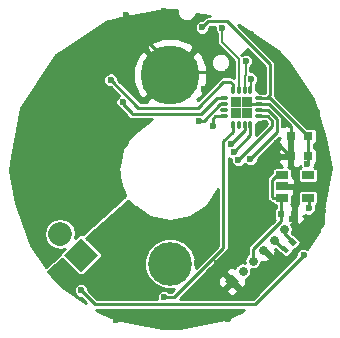
<source format=gbl>
G04 #@! TF.FileFunction,Copper,L2,Bot,Signal*
%FSLAX46Y46*%
G04 Gerber Fmt 4.6, Leading zero omitted, Abs format (unit mm)*
G04 Created by KiCad (PCBNEW (2016-03-30 BZR 6657, Git fe53ec8)-product) date Sun 10 Apr 2016 07:10:41 PM PDT*
%MOMM*%
G01*
G04 APERTURE LIST*
%ADD10C,0.100000*%
%ADD11C,5.000000*%
%ADD12C,3.700000*%
%ADD13R,0.600000X0.500000*%
%ADD14R,0.800000X0.750000*%
%ADD15C,2.032000*%
%ADD16R,1.060000X0.650000*%
%ADD17O,0.750000X0.300000*%
%ADD18O,0.300000X0.750000*%
%ADD19R,0.900000X0.900000*%
%ADD20C,0.800000*%
%ADD21C,0.600000*%
%ADD22C,0.250000*%
%ADD23C,0.152400*%
%ADD24C,0.254000*%
G04 APERTURE END LIST*
D10*
D11*
X120000000Y-57000000D03*
D12*
X120000000Y-73000000D03*
D13*
X129400000Y-68800000D03*
X130500000Y-68800000D03*
D14*
X131700000Y-62200000D03*
X130200000Y-62200000D03*
X131700000Y-63900000D03*
X130200000Y-63900000D03*
D10*
G36*
X112450000Y-70813159D02*
X113886841Y-72250000D01*
X112450000Y-73686841D01*
X111013159Y-72250000D01*
X112450000Y-70813159D01*
X112450000Y-70813159D01*
G37*
D15*
X110653949Y-70453949D02*
X110653949Y-70453949D01*
D16*
X129450000Y-67400000D03*
X129450000Y-66450000D03*
X129450000Y-65500000D03*
X131650000Y-65500000D03*
X131650000Y-67400000D03*
D17*
X127525000Y-59000000D03*
X127525000Y-59500000D03*
X127525000Y-60000000D03*
X127525000Y-60500000D03*
D18*
X126800000Y-61225000D03*
X126300000Y-61225000D03*
X125800000Y-61225000D03*
X125300000Y-61225000D03*
D17*
X124575000Y-60500000D03*
X124575000Y-60000000D03*
X124575000Y-59500000D03*
X124575000Y-59000000D03*
D18*
X125300000Y-58275000D03*
X125800000Y-58275000D03*
X126300000Y-58275000D03*
X126800000Y-58275000D03*
D19*
X125600000Y-60200000D03*
X125600000Y-59300000D03*
X126500000Y-60200000D03*
X126500000Y-59300000D03*
D10*
G36*
X130297487Y-70778249D02*
X130721751Y-71202513D01*
X130438909Y-71485355D01*
X130014645Y-71061091D01*
X130297487Y-70778249D01*
X130297487Y-70778249D01*
G37*
G36*
X129661091Y-71414645D02*
X130085355Y-71838909D01*
X129802513Y-72121751D01*
X129378249Y-71697487D01*
X129661091Y-71414645D01*
X129661091Y-71414645D01*
G37*
G36*
X125250000Y-75065685D02*
X124684315Y-74500000D01*
X125250000Y-73934315D01*
X125815685Y-74500000D01*
X125250000Y-75065685D01*
X125250000Y-75065685D01*
G37*
D20*
X126133883Y-73616117D02*
X126133883Y-73616117D01*
X127017767Y-72732233D02*
X127017767Y-72732233D01*
X127901650Y-71848350D02*
X127901650Y-71848350D01*
X128785534Y-70964466D02*
X128785534Y-70964466D01*
X129669417Y-70080583D02*
X129669417Y-70080583D01*
D21*
X112700000Y-55900000D03*
X129075000Y-62750000D03*
X127250000Y-65100000D03*
X122301124Y-72923296D03*
X122800000Y-74775000D03*
X115450000Y-77775000D03*
X120300000Y-78250000D03*
X124875000Y-77650000D03*
X127825000Y-74750000D03*
X132950000Y-68500000D03*
X133300000Y-64275000D03*
X132425000Y-60175000D03*
X126875000Y-53575000D03*
X122875000Y-58250000D03*
X124875000Y-56800000D03*
X117575000Y-53650000D03*
X121225000Y-53650000D03*
X119450000Y-51625000D03*
X116225000Y-51950000D03*
X114875000Y-52600000D03*
X114050000Y-72950000D03*
X111640000Y-74180000D03*
X116140000Y-73890000D03*
X116280000Y-71060000D03*
X116750000Y-68450000D03*
X118390000Y-70850000D03*
X121180000Y-70820000D03*
X122340000Y-68897590D03*
X123822339Y-69957661D03*
X122400000Y-71360000D03*
X124002567Y-72962567D03*
X125520000Y-71170000D03*
X129720000Y-72880000D03*
X130311499Y-69210000D03*
X127846913Y-69767048D03*
X130873682Y-66592388D03*
X127620000Y-61350000D03*
X127540000Y-56450000D03*
X128430000Y-55160000D03*
X130550000Y-58630000D03*
X129670000Y-61220000D03*
X122950000Y-55250000D03*
X108800000Y-61590000D03*
X125600000Y-60200000D03*
X126500000Y-60200000D03*
X126500000Y-59300000D03*
X125600000Y-59300000D03*
X115950000Y-75100000D03*
X125585822Y-67177279D03*
X126172721Y-67764178D03*
X126427279Y-66335822D03*
X127014178Y-66922721D03*
X130250000Y-64700000D03*
X131620000Y-64590000D03*
X131300000Y-72300000D03*
X112450000Y-75250000D03*
X122700000Y-53000000D03*
X131750000Y-68300000D03*
X123600000Y-61300000D03*
X125777410Y-64223485D03*
X125374407Y-63566432D03*
X125121995Y-62844585D03*
X126800000Y-64100000D03*
X126400000Y-55850000D03*
X126850000Y-57350000D03*
X124384297Y-53070004D03*
X116000000Y-59300000D03*
X114968017Y-57429956D03*
X119500000Y-75850000D03*
X122478522Y-60900009D03*
D22*
X112700000Y-55900000D02*
X115325000Y-55900000D01*
X115325000Y-55900000D02*
X117575000Y-53650000D01*
X114050000Y-72950000D02*
X115200000Y-72950000D01*
X115200000Y-72950000D02*
X116140000Y-73890000D01*
X130250000Y-64700000D02*
X130250000Y-63925000D01*
X130250000Y-63925000D02*
X129075000Y-62750000D01*
X126427279Y-66335822D02*
X126427279Y-65922721D01*
X126427279Y-65922721D02*
X127250000Y-65100000D01*
X124002567Y-72962567D02*
X124002567Y-73572433D01*
X124002567Y-73572433D02*
X122800000Y-74775000D01*
X124875000Y-77650000D02*
X120900000Y-77650000D01*
X120900000Y-77650000D02*
X120300000Y-78250000D01*
X132950000Y-68500000D02*
X132950000Y-69625000D01*
X132950000Y-69625000D02*
X127825000Y-74750000D01*
X132425000Y-60175000D02*
X132425000Y-63400000D01*
X132425000Y-63400000D02*
X133300000Y-64275000D01*
X128430000Y-55160000D02*
X128430000Y-55130000D01*
X128430000Y-55130000D02*
X126875000Y-53575000D01*
X117575000Y-53650000D02*
X120659633Y-56734633D01*
X120659633Y-56734633D02*
X124809633Y-56734633D01*
X124809633Y-56734633D02*
X124875000Y-56800000D01*
X119450000Y-51625000D02*
X121225000Y-53400000D01*
X121225000Y-53400000D02*
X121225000Y-53650000D01*
X114875000Y-52600000D02*
X115575000Y-52600000D01*
X115575000Y-52600000D02*
X116225000Y-51950000D01*
X115950000Y-75100000D02*
X114875000Y-75100000D01*
X114875000Y-75100000D02*
X113955000Y-74180000D01*
X113955000Y-74180000D02*
X111640000Y-74180000D01*
X116280000Y-71060000D02*
X116280000Y-73750000D01*
X116280000Y-73750000D02*
X116140000Y-73890000D01*
X118390000Y-70850000D02*
X116750000Y-69210000D01*
X116750000Y-69210000D02*
X116750000Y-68450000D01*
X122340000Y-68897590D02*
X122340000Y-69660000D01*
X122340000Y-69660000D02*
X121180000Y-70820000D01*
X122400000Y-71360000D02*
X122420000Y-71360000D01*
X122420000Y-71360000D02*
X123822339Y-69957661D01*
X125220001Y-71529999D02*
X124002567Y-72747433D01*
X124002567Y-72747433D02*
X124002567Y-72962567D01*
X125520000Y-71170000D02*
X125220001Y-71469999D01*
X125220001Y-71469999D02*
X125220001Y-71529999D01*
X130500000Y-68800000D02*
X130500000Y-69021499D01*
X130500000Y-69021499D02*
X130311499Y-69210000D01*
X130549999Y-66670001D02*
X130796069Y-66670001D01*
X130796069Y-66670001D02*
X130873682Y-66592388D01*
X130550000Y-58630000D02*
X130550000Y-57280000D01*
X130550000Y-57280000D02*
X128430000Y-55160000D01*
X129820000Y-60931815D02*
X128388185Y-59500000D01*
X130200000Y-61311815D02*
X129820000Y-60931815D01*
X129820000Y-60931815D02*
X129820000Y-61070000D01*
X129820000Y-61070000D02*
X129670000Y-61220000D01*
X130200000Y-62200000D02*
X130200000Y-61311815D01*
X128388185Y-59500000D02*
X128150000Y-59500000D01*
X128150000Y-59500000D02*
X127525000Y-59500000D01*
X126500000Y-59300000D02*
X126700000Y-59500000D01*
X126700000Y-59500000D02*
X127525000Y-59500000D01*
X130200000Y-62200000D02*
X130200000Y-63900000D01*
X130250000Y-64700000D02*
X130549999Y-64999999D01*
X130549999Y-64999999D02*
X130549999Y-66670001D01*
X130549999Y-66670001D02*
X130500000Y-66720000D01*
X130250000Y-64700000D02*
X130250000Y-63950000D01*
X130250000Y-63950000D02*
X130200000Y-63900000D01*
X129450000Y-66450000D02*
X130230000Y-66450000D01*
X130230000Y-66450000D02*
X130500000Y-66720000D01*
X130500000Y-66720000D02*
X130500000Y-68300000D01*
X130500000Y-68300000D02*
X130500000Y-68800000D01*
X131700000Y-63900000D02*
X131700000Y-64510000D01*
X131700000Y-64510000D02*
X131620000Y-64590000D01*
X112450000Y-75250000D02*
X113627401Y-76427401D01*
X113627401Y-76427401D02*
X127172599Y-76427401D01*
X127172599Y-76427401D02*
X131300000Y-72300000D01*
X131700000Y-62200000D02*
X131675000Y-62200000D01*
X131675000Y-62200000D02*
X128475000Y-59000000D01*
X128475000Y-59000000D02*
X128150000Y-59000000D01*
X127525000Y-59000000D02*
X128150000Y-59000000D01*
X124819283Y-52492603D02*
X123207397Y-52492603D01*
X128150000Y-59000000D02*
X128450000Y-58700000D01*
X128450000Y-58700000D02*
X128450000Y-56123320D01*
X128450000Y-56123320D02*
X124819283Y-52492603D01*
X123207397Y-52492603D02*
X122700000Y-53000000D01*
X131700000Y-62200000D02*
X131700000Y-63900000D01*
X131750000Y-68300000D02*
X131750000Y-67500000D01*
X131750000Y-67500000D02*
X131650000Y-67400000D01*
X123814643Y-60500000D02*
X123600000Y-60714643D01*
X123600000Y-60714643D02*
X123600000Y-61300000D01*
X124575000Y-60500000D02*
X123814643Y-60500000D01*
X128650000Y-60900000D02*
X128250000Y-60500000D01*
X128250000Y-60500000D02*
X127525000Y-60500000D01*
X128650000Y-61350895D02*
X128650000Y-60900000D01*
X125777410Y-64223485D02*
X128650000Y-61350895D01*
X125374407Y-63566432D02*
X126800000Y-62140839D01*
X126800000Y-62140839D02*
X126800000Y-61225000D01*
X125121995Y-62844585D02*
X126300000Y-61666580D01*
X126300000Y-61666580D02*
X126300000Y-61225000D01*
X127525000Y-60000000D02*
X128319093Y-60000000D01*
X128319093Y-60000000D02*
X129052410Y-60733317D01*
X129052410Y-60733317D02*
X129052410Y-61847590D01*
X129052410Y-61847590D02*
X126800000Y-64100000D01*
D23*
X126400000Y-55850000D02*
X126400000Y-57017670D01*
X126300000Y-57117670D02*
X126300000Y-57747600D01*
X126400000Y-57017670D02*
X126300000Y-57117670D01*
X126300000Y-57747600D02*
X126300000Y-58275000D01*
X126850000Y-57350000D02*
X126850000Y-58225000D01*
X126850000Y-58225000D02*
X126800000Y-58275000D01*
X125800000Y-58275000D02*
X125800000Y-55680774D01*
X125800000Y-55680774D02*
X124384297Y-54265071D01*
X124384297Y-54265071D02*
X124384297Y-53070004D01*
D22*
X129731802Y-71768198D02*
X129589266Y-71768198D01*
X129589266Y-71768198D02*
X128785534Y-70964466D01*
X129669417Y-70080583D02*
X129669417Y-70433021D01*
X129669417Y-70433021D02*
X130368198Y-71131802D01*
X129400000Y-68800000D02*
X129400000Y-69347446D01*
X129400000Y-69347446D02*
X127017767Y-71729679D01*
X127017767Y-71729679D02*
X127017767Y-72166548D01*
X127017767Y-72166548D02*
X127017767Y-72732233D01*
X129450000Y-65500000D02*
X129045678Y-65500000D01*
X129045678Y-65500000D02*
X128642599Y-65903079D01*
X128642599Y-65903079D02*
X128642599Y-67372599D01*
X128642599Y-67372599D02*
X128670000Y-67400000D01*
X128670000Y-67400000D02*
X129450000Y-67400000D01*
X129400000Y-68800000D02*
X129400000Y-67450000D01*
X129400000Y-67450000D02*
X129450000Y-67400000D01*
X116747599Y-60247599D02*
X116000000Y-59500000D01*
X116000000Y-59500000D02*
X116000000Y-59300000D01*
X116747599Y-60322599D02*
X116747599Y-60247599D01*
X122627401Y-60322599D02*
X118642953Y-60322599D01*
X123950000Y-59000000D02*
X122627401Y-60322599D01*
X124575000Y-59000000D02*
X123950000Y-59000000D01*
X118642953Y-60322599D02*
X116747599Y-60322599D01*
X117627401Y-59777401D02*
X117315462Y-59777401D01*
X117315462Y-59777401D02*
X114968017Y-57429956D01*
X117627401Y-59777401D02*
X122325597Y-59777401D01*
X124502998Y-57600000D02*
X125100000Y-57600000D01*
X122325597Y-59777401D02*
X124502998Y-57600000D01*
X125100000Y-57600000D02*
X125300000Y-57800000D01*
X125300000Y-57800000D02*
X125300000Y-58275000D01*
X124500000Y-62650000D02*
X124500000Y-71648554D01*
X125300000Y-61225000D02*
X125300000Y-61850000D01*
X125300000Y-61850000D02*
X124500000Y-62650000D01*
X124500000Y-71648554D02*
X120298554Y-75850000D01*
X120298554Y-75850000D02*
X119500000Y-75850000D01*
X122478522Y-60900009D02*
X122845542Y-60900009D01*
X122845542Y-60900009D02*
X124245551Y-59500000D01*
X124245551Y-59500000D02*
X124575000Y-59500000D01*
D24*
G36*
X126010949Y-77053037D02*
X124626513Y-77702729D01*
X120828623Y-78458177D01*
X119290164Y-78481805D01*
X115402437Y-77708488D01*
X114203768Y-77196506D01*
X113729187Y-76879401D01*
X126270813Y-76879401D01*
X126010949Y-77053037D01*
X126010949Y-77053037D01*
G37*
X126010949Y-77053037D02*
X124626513Y-77702729D01*
X120828623Y-78458177D01*
X119290164Y-78481805D01*
X115402437Y-77708488D01*
X114203768Y-77196506D01*
X113729187Y-76879401D01*
X126270813Y-76879401D01*
X126010949Y-77053037D01*
G36*
X124048000Y-71461330D02*
X122176710Y-73332620D01*
X122177377Y-72568868D01*
X121846647Y-71768440D01*
X121234782Y-71155505D01*
X120434932Y-70823379D01*
X119568868Y-70822623D01*
X118768440Y-71153353D01*
X118155505Y-71765218D01*
X117823379Y-72565068D01*
X117822623Y-73431132D01*
X118153353Y-74231560D01*
X118765218Y-74844495D01*
X119565068Y-75176621D01*
X120332039Y-75177291D01*
X120111330Y-75398000D01*
X119934728Y-75398000D01*
X119855631Y-75318765D01*
X119625265Y-75223109D01*
X119375829Y-75222891D01*
X119145297Y-75318145D01*
X118968765Y-75494369D01*
X118873109Y-75724735D01*
X118872891Y-75974171D01*
X118873399Y-75975401D01*
X113814626Y-75975401D01*
X113077011Y-75237787D01*
X113077109Y-75125829D01*
X112981855Y-74895297D01*
X112805631Y-74718765D01*
X112575265Y-74623109D01*
X112325829Y-74622891D01*
X112095297Y-74718145D01*
X111918765Y-74894369D01*
X111823109Y-75124735D01*
X111822891Y-75374171D01*
X111918145Y-75604703D01*
X112094369Y-75781235D01*
X112324735Y-75876891D01*
X112437766Y-75876990D01*
X112858205Y-76297429D01*
X111003032Y-75057843D01*
X109977992Y-74050598D01*
X109701996Y-73637541D01*
X110882881Y-72591230D01*
X112214246Y-73922595D01*
X112322411Y-73994868D01*
X112450000Y-74020247D01*
X112577589Y-73994868D01*
X112685754Y-73922595D01*
X114122595Y-72485754D01*
X114194868Y-72377589D01*
X114220247Y-72250000D01*
X114194868Y-72122411D01*
X114122595Y-72014246D01*
X112906538Y-70798189D01*
X116455463Y-67653700D01*
X116990930Y-68180530D01*
X117036913Y-68209468D01*
X117122489Y-68240331D01*
X118324995Y-69043821D01*
X120000000Y-69377000D01*
X121675005Y-69043821D01*
X123095006Y-68095006D01*
X124043821Y-66675005D01*
X124048000Y-66653996D01*
X124048000Y-71461330D01*
X124048000Y-71461330D01*
G37*
X124048000Y-71461330D02*
X122176710Y-73332620D01*
X122177377Y-72568868D01*
X121846647Y-71768440D01*
X121234782Y-71155505D01*
X120434932Y-70823379D01*
X119568868Y-70822623D01*
X118768440Y-71153353D01*
X118155505Y-71765218D01*
X117823379Y-72565068D01*
X117822623Y-73431132D01*
X118153353Y-74231560D01*
X118765218Y-74844495D01*
X119565068Y-75176621D01*
X120332039Y-75177291D01*
X120111330Y-75398000D01*
X119934728Y-75398000D01*
X119855631Y-75318765D01*
X119625265Y-75223109D01*
X119375829Y-75222891D01*
X119145297Y-75318145D01*
X118968765Y-75494369D01*
X118873109Y-75724735D01*
X118872891Y-75974171D01*
X118873399Y-75975401D01*
X113814626Y-75975401D01*
X113077011Y-75237787D01*
X113077109Y-75125829D01*
X112981855Y-74895297D01*
X112805631Y-74718765D01*
X112575265Y-74623109D01*
X112325829Y-74622891D01*
X112095297Y-74718145D01*
X111918765Y-74894369D01*
X111823109Y-75124735D01*
X111822891Y-75374171D01*
X111918145Y-75604703D01*
X112094369Y-75781235D01*
X112324735Y-75876891D01*
X112437766Y-75876990D01*
X112858205Y-76297429D01*
X111003032Y-75057843D01*
X109977992Y-74050598D01*
X109701996Y-73637541D01*
X110882881Y-72591230D01*
X112214246Y-73922595D01*
X112322411Y-73994868D01*
X112450000Y-74020247D01*
X112577589Y-73994868D01*
X112685754Y-73922595D01*
X114122595Y-72485754D01*
X114194868Y-72377589D01*
X114220247Y-72250000D01*
X114194868Y-72122411D01*
X114122595Y-72014246D01*
X112906538Y-70798189D01*
X116455463Y-67653700D01*
X116990930Y-68180530D01*
X117036913Y-68209468D01*
X117122489Y-68240331D01*
X118324995Y-69043821D01*
X120000000Y-69377000D01*
X121675005Y-69043821D01*
X123095006Y-68095006D01*
X124043821Y-66675005D01*
X124048000Y-66653996D01*
X124048000Y-71461330D01*
G36*
X125797471Y-52804322D02*
X129096893Y-55008925D01*
X130079446Y-56035364D01*
X132108751Y-59072433D01*
X133100568Y-62373556D01*
X133605990Y-64914487D01*
X133392190Y-66160361D01*
X132586011Y-70213296D01*
X131570343Y-71733351D01*
X131425265Y-71673109D01*
X131175829Y-71672891D01*
X130945297Y-71768145D01*
X130768765Y-71944369D01*
X130673109Y-72174735D01*
X130673010Y-72287765D01*
X126985375Y-75975401D01*
X120812377Y-75975401D01*
X121578373Y-75209405D01*
X124720200Y-75209405D01*
X124720200Y-75433911D01*
X124890302Y-75604013D01*
X125123691Y-75700686D01*
X125376310Y-75700685D01*
X125609699Y-75604012D01*
X125779800Y-75433911D01*
X125779800Y-75209405D01*
X125250000Y-74679605D01*
X124720200Y-75209405D01*
X121578373Y-75209405D01*
X122161469Y-74626309D01*
X124049314Y-74626309D01*
X124145987Y-74859698D01*
X124316089Y-75029800D01*
X124540595Y-75029800D01*
X125070395Y-74500000D01*
X124540595Y-73970200D01*
X124316089Y-73970200D01*
X124145988Y-74140301D01*
X124049315Y-74373690D01*
X124049314Y-74626309D01*
X122161469Y-74626309D01*
X123221689Y-73566089D01*
X124720200Y-73566089D01*
X124720200Y-73790595D01*
X125250000Y-74320395D01*
X125264143Y-74306253D01*
X125443748Y-74485858D01*
X125429605Y-74500000D01*
X125959405Y-75029800D01*
X126183911Y-75029800D01*
X126354012Y-74859699D01*
X126450685Y-74626310D01*
X126450686Y-74373691D01*
X126415532Y-74288821D01*
X126637879Y-74140255D01*
X126658021Y-74120113D01*
X126815614Y-73884257D01*
X126870954Y-73606046D01*
X126837000Y-73435351D01*
X127007696Y-73469305D01*
X127285906Y-73413964D01*
X127521763Y-73256371D01*
X127541905Y-73236229D01*
X127699498Y-73000373D01*
X127728903Y-72852546D01*
X128017952Y-72876809D01*
X128402673Y-72754015D01*
X128425929Y-72552234D01*
X127901650Y-72027955D01*
X127887508Y-72042098D01*
X127707903Y-71862493D01*
X127722045Y-71848350D01*
X127707903Y-71834208D01*
X127887508Y-71654603D01*
X127901650Y-71668745D01*
X127915793Y-71654603D01*
X128095398Y-71834208D01*
X128081255Y-71848350D01*
X128605534Y-72372629D01*
X128807315Y-72349373D01*
X128930109Y-71964652D01*
X128910281Y-71728437D01*
X129269654Y-72087810D01*
X129352260Y-72143006D01*
X129566759Y-72357505D01*
X129674924Y-72429778D01*
X129802513Y-72455157D01*
X129930102Y-72429778D01*
X130038267Y-72357505D01*
X130321109Y-72074663D01*
X130393382Y-71966498D01*
X130418761Y-71838909D01*
X130413758Y-71813758D01*
X130438909Y-71818761D01*
X130566498Y-71793382D01*
X130674663Y-71721109D01*
X130957505Y-71438267D01*
X131029778Y-71330102D01*
X131055157Y-71202513D01*
X131029778Y-71074924D01*
X130957505Y-70966759D01*
X130533241Y-70542495D01*
X130425076Y-70470222D01*
X130326169Y-70450548D01*
X130300357Y-70424737D01*
X130351148Y-70348723D01*
X130406488Y-70070512D01*
X130351148Y-69792302D01*
X130253336Y-69645914D01*
X130373000Y-69526250D01*
X130373000Y-68925000D01*
X130353000Y-68925000D01*
X130353000Y-68675000D01*
X130373000Y-68675000D01*
X130373000Y-68073750D01*
X130627000Y-68073750D01*
X130627000Y-68675000D01*
X130647000Y-68675000D01*
X130647000Y-68925000D01*
X130627000Y-68925000D01*
X130627000Y-69526250D01*
X130785750Y-69685000D01*
X130926309Y-69685000D01*
X131159698Y-69588327D01*
X131338327Y-69409699D01*
X131435000Y-69176310D01*
X131435000Y-69083750D01*
X131278252Y-68927002D01*
X131435000Y-68927002D01*
X131435000Y-68848106D01*
X131624735Y-68926891D01*
X131874171Y-68927109D01*
X132104703Y-68831855D01*
X132281235Y-68655631D01*
X132376891Y-68425265D01*
X132377109Y-68175829D01*
X132315829Y-68027521D01*
X132415754Y-67960754D01*
X132488027Y-67852589D01*
X132513406Y-67725000D01*
X132513406Y-67075000D01*
X132488027Y-66947411D01*
X132415754Y-66839246D01*
X132307589Y-66766973D01*
X132180000Y-66741594D01*
X131120000Y-66741594D01*
X130992411Y-66766973D01*
X130884246Y-66839246D01*
X130811973Y-66947411D01*
X130786594Y-67075000D01*
X130786594Y-67725000D01*
X130811973Y-67852589D01*
X130853674Y-67915000D01*
X130785750Y-67915000D01*
X130627000Y-68073750D01*
X130373000Y-68073750D01*
X130233478Y-67934228D01*
X130288027Y-67852589D01*
X130313406Y-67725000D01*
X130313406Y-67324218D01*
X130339698Y-67313327D01*
X130518327Y-67134699D01*
X130615000Y-66901310D01*
X130615000Y-66735750D01*
X130456250Y-66577000D01*
X129577000Y-66577000D01*
X129577000Y-66597000D01*
X129323000Y-66597000D01*
X129323000Y-66577000D01*
X129303000Y-66577000D01*
X129303000Y-66323000D01*
X129323000Y-66323000D01*
X129323000Y-66303000D01*
X129577000Y-66303000D01*
X129577000Y-66323000D01*
X130456250Y-66323000D01*
X130615000Y-66164250D01*
X130615000Y-65998690D01*
X130518327Y-65765301D01*
X130339698Y-65586673D01*
X130313406Y-65575782D01*
X130313406Y-65175000D01*
X130288027Y-65047411D01*
X130215754Y-64939246D01*
X130107589Y-64866973D01*
X129982215Y-64842035D01*
X130073000Y-64751250D01*
X130073000Y-64027000D01*
X129323750Y-64027000D01*
X129165000Y-64185750D01*
X129165000Y-64401310D01*
X129261673Y-64634699D01*
X129440302Y-64813327D01*
X129508544Y-64841594D01*
X128920000Y-64841594D01*
X128792411Y-64866973D01*
X128684246Y-64939246D01*
X128611973Y-65047411D01*
X128586594Y-65175000D01*
X128586594Y-65319860D01*
X128322987Y-65583467D01*
X128225005Y-65730106D01*
X128190599Y-65903079D01*
X128190599Y-67372599D01*
X128225005Y-67545572D01*
X128322987Y-67692211D01*
X128350388Y-67719612D01*
X128497027Y-67817594D01*
X128609461Y-67839958D01*
X128611973Y-67852589D01*
X128684246Y-67960754D01*
X128792411Y-68033027D01*
X128920000Y-68058406D01*
X128948000Y-68058406D01*
X128948000Y-68258284D01*
X128864246Y-68314246D01*
X128791973Y-68422411D01*
X128766594Y-68550000D01*
X128766594Y-69050000D01*
X128791973Y-69177589D01*
X128847512Y-69260710D01*
X126698155Y-71410067D01*
X126600173Y-71556706D01*
X126565767Y-71729679D01*
X126565767Y-72173353D01*
X126513771Y-72208095D01*
X126493629Y-72228237D01*
X126336036Y-72464094D01*
X126280695Y-72742304D01*
X126314649Y-72913000D01*
X126143954Y-72879046D01*
X125865743Y-72934386D01*
X125629887Y-73091979D01*
X125609745Y-73112121D01*
X125461179Y-73334468D01*
X125376309Y-73299314D01*
X125123690Y-73299315D01*
X124890301Y-73395988D01*
X124720200Y-73566089D01*
X123221689Y-73566089D01*
X124819612Y-71968166D01*
X124917594Y-71821527D01*
X124952000Y-71648554D01*
X124952000Y-64030774D01*
X125018776Y-64097667D01*
X125150472Y-64152352D01*
X125150301Y-64347656D01*
X125245555Y-64578188D01*
X125421779Y-64754720D01*
X125652145Y-64850376D01*
X125901581Y-64850594D01*
X126132113Y-64755340D01*
X126308645Y-64579116D01*
X126333232Y-64519904D01*
X126444369Y-64631235D01*
X126674735Y-64726891D01*
X126924171Y-64727109D01*
X127154703Y-64631855D01*
X127331235Y-64455631D01*
X127426891Y-64225265D01*
X127426990Y-64112234D01*
X129212222Y-62327002D01*
X129323748Y-62327002D01*
X129165000Y-62485750D01*
X129165000Y-62701310D01*
X129261673Y-62934699D01*
X129376975Y-63050000D01*
X129261673Y-63165301D01*
X129165000Y-63398690D01*
X129165000Y-63614250D01*
X129323750Y-63773000D01*
X130073000Y-63773000D01*
X130073000Y-62327000D01*
X130053000Y-62327000D01*
X130053000Y-62073000D01*
X130073000Y-62073000D01*
X130073000Y-62053000D01*
X130327000Y-62053000D01*
X130327000Y-62073000D01*
X130347000Y-62073000D01*
X130347000Y-62327000D01*
X130327000Y-62327000D01*
X130327000Y-63773000D01*
X130347000Y-63773000D01*
X130347000Y-64027000D01*
X130327000Y-64027000D01*
X130327000Y-64751250D01*
X130485750Y-64910000D01*
X130726309Y-64910000D01*
X130959698Y-64813327D01*
X131012177Y-64760848D01*
X131051196Y-64855280D01*
X130992411Y-64866973D01*
X130884246Y-64939246D01*
X130811973Y-65047411D01*
X130786594Y-65175000D01*
X130786594Y-65825000D01*
X130811973Y-65952589D01*
X130884246Y-66060754D01*
X130992411Y-66133027D01*
X131120000Y-66158406D01*
X132180000Y-66158406D01*
X132307589Y-66133027D01*
X132415754Y-66060754D01*
X132488027Y-65952589D01*
X132513406Y-65825000D01*
X132513406Y-65175000D01*
X132488027Y-65047411D01*
X132415754Y-64939246D01*
X132307589Y-64866973D01*
X132193334Y-64844246D01*
X132246891Y-64715265D01*
X132247018Y-64570045D01*
X132335754Y-64510754D01*
X132408027Y-64402589D01*
X132433406Y-64275000D01*
X132433406Y-63525000D01*
X132408027Y-63397411D01*
X132335754Y-63289246D01*
X132227589Y-63216973D01*
X132152000Y-63201937D01*
X132152000Y-62898063D01*
X132227589Y-62883027D01*
X132335754Y-62810754D01*
X132408027Y-62702589D01*
X132433406Y-62575000D01*
X132433406Y-61825000D01*
X132408027Y-61697411D01*
X132335754Y-61589246D01*
X132227589Y-61516973D01*
X132100000Y-61491594D01*
X131605819Y-61491594D01*
X128887437Y-58773213D01*
X128902000Y-58700000D01*
X128902000Y-56123320D01*
X128867594Y-55950347D01*
X128769612Y-55803708D01*
X125752239Y-52786335D01*
X125797471Y-52804322D01*
X125797471Y-52804322D01*
G37*
X125797471Y-52804322D02*
X129096893Y-55008925D01*
X130079446Y-56035364D01*
X132108751Y-59072433D01*
X133100568Y-62373556D01*
X133605990Y-64914487D01*
X133392190Y-66160361D01*
X132586011Y-70213296D01*
X131570343Y-71733351D01*
X131425265Y-71673109D01*
X131175829Y-71672891D01*
X130945297Y-71768145D01*
X130768765Y-71944369D01*
X130673109Y-72174735D01*
X130673010Y-72287765D01*
X126985375Y-75975401D01*
X120812377Y-75975401D01*
X121578373Y-75209405D01*
X124720200Y-75209405D01*
X124720200Y-75433911D01*
X124890302Y-75604013D01*
X125123691Y-75700686D01*
X125376310Y-75700685D01*
X125609699Y-75604012D01*
X125779800Y-75433911D01*
X125779800Y-75209405D01*
X125250000Y-74679605D01*
X124720200Y-75209405D01*
X121578373Y-75209405D01*
X122161469Y-74626309D01*
X124049314Y-74626309D01*
X124145987Y-74859698D01*
X124316089Y-75029800D01*
X124540595Y-75029800D01*
X125070395Y-74500000D01*
X124540595Y-73970200D01*
X124316089Y-73970200D01*
X124145988Y-74140301D01*
X124049315Y-74373690D01*
X124049314Y-74626309D01*
X122161469Y-74626309D01*
X123221689Y-73566089D01*
X124720200Y-73566089D01*
X124720200Y-73790595D01*
X125250000Y-74320395D01*
X125264143Y-74306253D01*
X125443748Y-74485858D01*
X125429605Y-74500000D01*
X125959405Y-75029800D01*
X126183911Y-75029800D01*
X126354012Y-74859699D01*
X126450685Y-74626310D01*
X126450686Y-74373691D01*
X126415532Y-74288821D01*
X126637879Y-74140255D01*
X126658021Y-74120113D01*
X126815614Y-73884257D01*
X126870954Y-73606046D01*
X126837000Y-73435351D01*
X127007696Y-73469305D01*
X127285906Y-73413964D01*
X127521763Y-73256371D01*
X127541905Y-73236229D01*
X127699498Y-73000373D01*
X127728903Y-72852546D01*
X128017952Y-72876809D01*
X128402673Y-72754015D01*
X128425929Y-72552234D01*
X127901650Y-72027955D01*
X127887508Y-72042098D01*
X127707903Y-71862493D01*
X127722045Y-71848350D01*
X127707903Y-71834208D01*
X127887508Y-71654603D01*
X127901650Y-71668745D01*
X127915793Y-71654603D01*
X128095398Y-71834208D01*
X128081255Y-71848350D01*
X128605534Y-72372629D01*
X128807315Y-72349373D01*
X128930109Y-71964652D01*
X128910281Y-71728437D01*
X129269654Y-72087810D01*
X129352260Y-72143006D01*
X129566759Y-72357505D01*
X129674924Y-72429778D01*
X129802513Y-72455157D01*
X129930102Y-72429778D01*
X130038267Y-72357505D01*
X130321109Y-72074663D01*
X130393382Y-71966498D01*
X130418761Y-71838909D01*
X130413758Y-71813758D01*
X130438909Y-71818761D01*
X130566498Y-71793382D01*
X130674663Y-71721109D01*
X130957505Y-71438267D01*
X131029778Y-71330102D01*
X131055157Y-71202513D01*
X131029778Y-71074924D01*
X130957505Y-70966759D01*
X130533241Y-70542495D01*
X130425076Y-70470222D01*
X130326169Y-70450548D01*
X130300357Y-70424737D01*
X130351148Y-70348723D01*
X130406488Y-70070512D01*
X130351148Y-69792302D01*
X130253336Y-69645914D01*
X130373000Y-69526250D01*
X130373000Y-68925000D01*
X130353000Y-68925000D01*
X130353000Y-68675000D01*
X130373000Y-68675000D01*
X130373000Y-68073750D01*
X130627000Y-68073750D01*
X130627000Y-68675000D01*
X130647000Y-68675000D01*
X130647000Y-68925000D01*
X130627000Y-68925000D01*
X130627000Y-69526250D01*
X130785750Y-69685000D01*
X130926309Y-69685000D01*
X131159698Y-69588327D01*
X131338327Y-69409699D01*
X131435000Y-69176310D01*
X131435000Y-69083750D01*
X131278252Y-68927002D01*
X131435000Y-68927002D01*
X131435000Y-68848106D01*
X131624735Y-68926891D01*
X131874171Y-68927109D01*
X132104703Y-68831855D01*
X132281235Y-68655631D01*
X132376891Y-68425265D01*
X132377109Y-68175829D01*
X132315829Y-68027521D01*
X132415754Y-67960754D01*
X132488027Y-67852589D01*
X132513406Y-67725000D01*
X132513406Y-67075000D01*
X132488027Y-66947411D01*
X132415754Y-66839246D01*
X132307589Y-66766973D01*
X132180000Y-66741594D01*
X131120000Y-66741594D01*
X130992411Y-66766973D01*
X130884246Y-66839246D01*
X130811973Y-66947411D01*
X130786594Y-67075000D01*
X130786594Y-67725000D01*
X130811973Y-67852589D01*
X130853674Y-67915000D01*
X130785750Y-67915000D01*
X130627000Y-68073750D01*
X130373000Y-68073750D01*
X130233478Y-67934228D01*
X130288027Y-67852589D01*
X130313406Y-67725000D01*
X130313406Y-67324218D01*
X130339698Y-67313327D01*
X130518327Y-67134699D01*
X130615000Y-66901310D01*
X130615000Y-66735750D01*
X130456250Y-66577000D01*
X129577000Y-66577000D01*
X129577000Y-66597000D01*
X129323000Y-66597000D01*
X129323000Y-66577000D01*
X129303000Y-66577000D01*
X129303000Y-66323000D01*
X129323000Y-66323000D01*
X129323000Y-66303000D01*
X129577000Y-66303000D01*
X129577000Y-66323000D01*
X130456250Y-66323000D01*
X130615000Y-66164250D01*
X130615000Y-65998690D01*
X130518327Y-65765301D01*
X130339698Y-65586673D01*
X130313406Y-65575782D01*
X130313406Y-65175000D01*
X130288027Y-65047411D01*
X130215754Y-64939246D01*
X130107589Y-64866973D01*
X129982215Y-64842035D01*
X130073000Y-64751250D01*
X130073000Y-64027000D01*
X129323750Y-64027000D01*
X129165000Y-64185750D01*
X129165000Y-64401310D01*
X129261673Y-64634699D01*
X129440302Y-64813327D01*
X129508544Y-64841594D01*
X128920000Y-64841594D01*
X128792411Y-64866973D01*
X128684246Y-64939246D01*
X128611973Y-65047411D01*
X128586594Y-65175000D01*
X128586594Y-65319860D01*
X128322987Y-65583467D01*
X128225005Y-65730106D01*
X128190599Y-65903079D01*
X128190599Y-67372599D01*
X128225005Y-67545572D01*
X128322987Y-67692211D01*
X128350388Y-67719612D01*
X128497027Y-67817594D01*
X128609461Y-67839958D01*
X128611973Y-67852589D01*
X128684246Y-67960754D01*
X128792411Y-68033027D01*
X128920000Y-68058406D01*
X128948000Y-68058406D01*
X128948000Y-68258284D01*
X128864246Y-68314246D01*
X128791973Y-68422411D01*
X128766594Y-68550000D01*
X128766594Y-69050000D01*
X128791973Y-69177589D01*
X128847512Y-69260710D01*
X126698155Y-71410067D01*
X126600173Y-71556706D01*
X126565767Y-71729679D01*
X126565767Y-72173353D01*
X126513771Y-72208095D01*
X126493629Y-72228237D01*
X126336036Y-72464094D01*
X126280695Y-72742304D01*
X126314649Y-72913000D01*
X126143954Y-72879046D01*
X125865743Y-72934386D01*
X125629887Y-73091979D01*
X125609745Y-73112121D01*
X125461179Y-73334468D01*
X125376309Y-73299314D01*
X125123690Y-73299315D01*
X124890301Y-73395988D01*
X124720200Y-73566089D01*
X123221689Y-73566089D01*
X124819612Y-71968166D01*
X124917594Y-71821527D01*
X124952000Y-71648554D01*
X124952000Y-64030774D01*
X125018776Y-64097667D01*
X125150472Y-64152352D01*
X125150301Y-64347656D01*
X125245555Y-64578188D01*
X125421779Y-64754720D01*
X125652145Y-64850376D01*
X125901581Y-64850594D01*
X126132113Y-64755340D01*
X126308645Y-64579116D01*
X126333232Y-64519904D01*
X126444369Y-64631235D01*
X126674735Y-64726891D01*
X126924171Y-64727109D01*
X127154703Y-64631855D01*
X127331235Y-64455631D01*
X127426891Y-64225265D01*
X127426990Y-64112234D01*
X129212222Y-62327002D01*
X129323748Y-62327002D01*
X129165000Y-62485750D01*
X129165000Y-62701310D01*
X129261673Y-62934699D01*
X129376975Y-63050000D01*
X129261673Y-63165301D01*
X129165000Y-63398690D01*
X129165000Y-63614250D01*
X129323750Y-63773000D01*
X130073000Y-63773000D01*
X130073000Y-62327000D01*
X130053000Y-62327000D01*
X130053000Y-62073000D01*
X130073000Y-62073000D01*
X130073000Y-62053000D01*
X130327000Y-62053000D01*
X130327000Y-62073000D01*
X130347000Y-62073000D01*
X130347000Y-62327000D01*
X130327000Y-62327000D01*
X130327000Y-63773000D01*
X130347000Y-63773000D01*
X130347000Y-64027000D01*
X130327000Y-64027000D01*
X130327000Y-64751250D01*
X130485750Y-64910000D01*
X130726309Y-64910000D01*
X130959698Y-64813327D01*
X131012177Y-64760848D01*
X131051196Y-64855280D01*
X130992411Y-64866973D01*
X130884246Y-64939246D01*
X130811973Y-65047411D01*
X130786594Y-65175000D01*
X130786594Y-65825000D01*
X130811973Y-65952589D01*
X130884246Y-66060754D01*
X130992411Y-66133027D01*
X131120000Y-66158406D01*
X132180000Y-66158406D01*
X132307589Y-66133027D01*
X132415754Y-66060754D01*
X132488027Y-65952589D01*
X132513406Y-65825000D01*
X132513406Y-65175000D01*
X132488027Y-65047411D01*
X132415754Y-64939246D01*
X132307589Y-64866973D01*
X132193334Y-64844246D01*
X132246891Y-64715265D01*
X132247018Y-64570045D01*
X132335754Y-64510754D01*
X132408027Y-64402589D01*
X132433406Y-64275000D01*
X132433406Y-63525000D01*
X132408027Y-63397411D01*
X132335754Y-63289246D01*
X132227589Y-63216973D01*
X132152000Y-63201937D01*
X132152000Y-62898063D01*
X132227589Y-62883027D01*
X132335754Y-62810754D01*
X132408027Y-62702589D01*
X132433406Y-62575000D01*
X132433406Y-61825000D01*
X132408027Y-61697411D01*
X132335754Y-61589246D01*
X132227589Y-61516973D01*
X132100000Y-61491594D01*
X131605819Y-61491594D01*
X128887437Y-58773213D01*
X128902000Y-58700000D01*
X128902000Y-56123320D01*
X128867594Y-55950347D01*
X128769612Y-55803708D01*
X125752239Y-52786335D01*
X125797471Y-52804322D01*
G36*
X120583051Y-51502628D02*
X120582777Y-51816545D01*
X120707508Y-52118418D01*
X120938266Y-52349579D01*
X121239920Y-52474836D01*
X121566545Y-52475121D01*
X121868418Y-52350390D01*
X122099579Y-52119632D01*
X122224234Y-51819428D01*
X123336158Y-52040603D01*
X123207397Y-52040603D01*
X123034424Y-52075009D01*
X122887785Y-52172991D01*
X122687787Y-52372989D01*
X122575829Y-52372891D01*
X122345297Y-52468145D01*
X122168765Y-52644369D01*
X122073109Y-52874735D01*
X122072891Y-53124171D01*
X122168145Y-53354703D01*
X122344369Y-53531235D01*
X122574735Y-53626891D01*
X122824171Y-53627109D01*
X123054703Y-53531855D01*
X123231235Y-53355631D01*
X123326891Y-53125265D01*
X123326990Y-53012234D01*
X123394621Y-52944603D01*
X123757462Y-52944603D01*
X123757406Y-52944739D01*
X123757188Y-53194175D01*
X123852442Y-53424707D01*
X123981097Y-53553587D01*
X123981097Y-54265071D01*
X124001031Y-54365286D01*
X124011789Y-54419369D01*
X124099192Y-54550176D01*
X125396800Y-55847785D01*
X125396800Y-57265145D01*
X125272973Y-57182406D01*
X125100000Y-57148000D01*
X124502998Y-57148000D01*
X124330025Y-57182406D01*
X124183386Y-57280388D01*
X122321691Y-59142083D01*
X122235882Y-59056274D01*
X122658564Y-58774579D01*
X123135294Y-57622108D01*
X123134705Y-56374928D01*
X123031935Y-56126817D01*
X123457729Y-56126817D01*
X123582267Y-56428222D01*
X123812668Y-56659025D01*
X124113855Y-56784089D01*
X124439976Y-56784374D01*
X124741381Y-56659836D01*
X124972184Y-56429435D01*
X125097248Y-56128248D01*
X125097533Y-55802127D01*
X124972995Y-55500722D01*
X124742594Y-55269919D01*
X124441407Y-55144855D01*
X124115286Y-55144570D01*
X123813881Y-55269108D01*
X123583078Y-55499509D01*
X123458014Y-55800696D01*
X123457729Y-56126817D01*
X123031935Y-56126817D01*
X122658564Y-55225421D01*
X122235880Y-54943725D01*
X120179605Y-57000000D01*
X120193748Y-57014143D01*
X120014143Y-57193748D01*
X120000000Y-57179605D01*
X117943725Y-59235880D01*
X118003386Y-59325401D01*
X117502687Y-59325401D01*
X115595028Y-57417743D01*
X115595126Y-57305785D01*
X115499872Y-57075253D01*
X115323648Y-56898721D01*
X115093282Y-56803065D01*
X114843846Y-56802847D01*
X114613314Y-56898101D01*
X114436782Y-57074325D01*
X114341126Y-57304691D01*
X114340908Y-57554127D01*
X114436162Y-57784659D01*
X114612386Y-57961191D01*
X114842752Y-58056847D01*
X114955783Y-58056946D01*
X115660641Y-58761805D01*
X115645297Y-58768145D01*
X115468765Y-58944369D01*
X115373109Y-59174735D01*
X115372891Y-59424171D01*
X115468145Y-59654703D01*
X115644369Y-59831235D01*
X115725841Y-59865065D01*
X116323464Y-60462689D01*
X116330005Y-60495572D01*
X116427987Y-60642211D01*
X116574626Y-60740193D01*
X116747599Y-60774599D01*
X118443517Y-60774599D01*
X117684262Y-61384304D01*
X116904994Y-61904994D01*
X116753481Y-62131748D01*
X116480481Y-62350976D01*
X116440484Y-62407049D01*
X116290303Y-62824943D01*
X115956179Y-63324995D01*
X115764760Y-64287325D01*
X115750484Y-64327049D01*
X115743255Y-64361953D01*
X115740132Y-64411136D01*
X115623000Y-65000000D01*
X115683449Y-65303898D01*
X115663255Y-65621953D01*
X115669588Y-65670373D01*
X115882881Y-66306509D01*
X115956179Y-66675005D01*
X116057055Y-66825977D01*
X116213014Y-67291117D01*
X112603062Y-70522152D01*
X112577589Y-70505132D01*
X112450000Y-70479753D01*
X112322411Y-70505132D01*
X112214246Y-70577405D01*
X111930944Y-70860707D01*
X112015554Y-70435344D01*
X111913324Y-69921400D01*
X111622198Y-69485700D01*
X111186498Y-69194574D01*
X110672554Y-69092344D01*
X110158610Y-69194574D01*
X109722910Y-69485700D01*
X109685700Y-69522910D01*
X109394574Y-69958610D01*
X109292345Y-70472554D01*
X109394574Y-70986498D01*
X109685700Y-71422198D01*
X110121400Y-71713324D01*
X110635344Y-71815553D01*
X111060707Y-71730944D01*
X110777405Y-72014246D01*
X110705132Y-72122411D01*
X110681306Y-72242191D01*
X109485060Y-73312874D01*
X108215585Y-71412970D01*
X106938648Y-67823597D01*
X106409909Y-65165443D01*
X106496256Y-64400459D01*
X107413989Y-59786704D01*
X109691683Y-56377892D01*
X116864706Y-56377892D01*
X116865295Y-57625072D01*
X117341436Y-58774579D01*
X117764120Y-59056275D01*
X119820395Y-57000000D01*
X117764120Y-54943725D01*
X117341436Y-55225421D01*
X116864706Y-56377892D01*
X109691683Y-56377892D01*
X110367084Y-55367084D01*
X111269483Y-54764120D01*
X117943725Y-54764120D01*
X120000000Y-56820395D01*
X122056275Y-54764120D01*
X121774579Y-54341436D01*
X120622108Y-53864706D01*
X119374928Y-53865295D01*
X118225421Y-54341436D01*
X117943725Y-54764120D01*
X111269483Y-54764120D01*
X114551091Y-52571420D01*
X115842383Y-52204001D01*
X119486294Y-51479182D01*
X120583051Y-51502628D01*
X120583051Y-51502628D01*
G37*
X120583051Y-51502628D02*
X120582777Y-51816545D01*
X120707508Y-52118418D01*
X120938266Y-52349579D01*
X121239920Y-52474836D01*
X121566545Y-52475121D01*
X121868418Y-52350390D01*
X122099579Y-52119632D01*
X122224234Y-51819428D01*
X123336158Y-52040603D01*
X123207397Y-52040603D01*
X123034424Y-52075009D01*
X122887785Y-52172991D01*
X122687787Y-52372989D01*
X122575829Y-52372891D01*
X122345297Y-52468145D01*
X122168765Y-52644369D01*
X122073109Y-52874735D01*
X122072891Y-53124171D01*
X122168145Y-53354703D01*
X122344369Y-53531235D01*
X122574735Y-53626891D01*
X122824171Y-53627109D01*
X123054703Y-53531855D01*
X123231235Y-53355631D01*
X123326891Y-53125265D01*
X123326990Y-53012234D01*
X123394621Y-52944603D01*
X123757462Y-52944603D01*
X123757406Y-52944739D01*
X123757188Y-53194175D01*
X123852442Y-53424707D01*
X123981097Y-53553587D01*
X123981097Y-54265071D01*
X124001031Y-54365286D01*
X124011789Y-54419369D01*
X124099192Y-54550176D01*
X125396800Y-55847785D01*
X125396800Y-57265145D01*
X125272973Y-57182406D01*
X125100000Y-57148000D01*
X124502998Y-57148000D01*
X124330025Y-57182406D01*
X124183386Y-57280388D01*
X122321691Y-59142083D01*
X122235882Y-59056274D01*
X122658564Y-58774579D01*
X123135294Y-57622108D01*
X123134705Y-56374928D01*
X123031935Y-56126817D01*
X123457729Y-56126817D01*
X123582267Y-56428222D01*
X123812668Y-56659025D01*
X124113855Y-56784089D01*
X124439976Y-56784374D01*
X124741381Y-56659836D01*
X124972184Y-56429435D01*
X125097248Y-56128248D01*
X125097533Y-55802127D01*
X124972995Y-55500722D01*
X124742594Y-55269919D01*
X124441407Y-55144855D01*
X124115286Y-55144570D01*
X123813881Y-55269108D01*
X123583078Y-55499509D01*
X123458014Y-55800696D01*
X123457729Y-56126817D01*
X123031935Y-56126817D01*
X122658564Y-55225421D01*
X122235880Y-54943725D01*
X120179605Y-57000000D01*
X120193748Y-57014143D01*
X120014143Y-57193748D01*
X120000000Y-57179605D01*
X117943725Y-59235880D01*
X118003386Y-59325401D01*
X117502687Y-59325401D01*
X115595028Y-57417743D01*
X115595126Y-57305785D01*
X115499872Y-57075253D01*
X115323648Y-56898721D01*
X115093282Y-56803065D01*
X114843846Y-56802847D01*
X114613314Y-56898101D01*
X114436782Y-57074325D01*
X114341126Y-57304691D01*
X114340908Y-57554127D01*
X114436162Y-57784659D01*
X114612386Y-57961191D01*
X114842752Y-58056847D01*
X114955783Y-58056946D01*
X115660641Y-58761805D01*
X115645297Y-58768145D01*
X115468765Y-58944369D01*
X115373109Y-59174735D01*
X115372891Y-59424171D01*
X115468145Y-59654703D01*
X115644369Y-59831235D01*
X115725841Y-59865065D01*
X116323464Y-60462689D01*
X116330005Y-60495572D01*
X116427987Y-60642211D01*
X116574626Y-60740193D01*
X116747599Y-60774599D01*
X118443517Y-60774599D01*
X117684262Y-61384304D01*
X116904994Y-61904994D01*
X116753481Y-62131748D01*
X116480481Y-62350976D01*
X116440484Y-62407049D01*
X116290303Y-62824943D01*
X115956179Y-63324995D01*
X115764760Y-64287325D01*
X115750484Y-64327049D01*
X115743255Y-64361953D01*
X115740132Y-64411136D01*
X115623000Y-65000000D01*
X115683449Y-65303898D01*
X115663255Y-65621953D01*
X115669588Y-65670373D01*
X115882881Y-66306509D01*
X115956179Y-66675005D01*
X116057055Y-66825977D01*
X116213014Y-67291117D01*
X112603062Y-70522152D01*
X112577589Y-70505132D01*
X112450000Y-70479753D01*
X112322411Y-70505132D01*
X112214246Y-70577405D01*
X111930944Y-70860707D01*
X112015554Y-70435344D01*
X111913324Y-69921400D01*
X111622198Y-69485700D01*
X111186498Y-69194574D01*
X110672554Y-69092344D01*
X110158610Y-69194574D01*
X109722910Y-69485700D01*
X109685700Y-69522910D01*
X109394574Y-69958610D01*
X109292345Y-70472554D01*
X109394574Y-70986498D01*
X109685700Y-71422198D01*
X110121400Y-71713324D01*
X110635344Y-71815553D01*
X111060707Y-71730944D01*
X110777405Y-72014246D01*
X110705132Y-72122411D01*
X110681306Y-72242191D01*
X109485060Y-73312874D01*
X108215585Y-71412970D01*
X106938648Y-67823597D01*
X106409909Y-65165443D01*
X106496256Y-64400459D01*
X107413989Y-59786704D01*
X109691683Y-56377892D01*
X116864706Y-56377892D01*
X116865295Y-57625072D01*
X117341436Y-58774579D01*
X117764120Y-59056275D01*
X119820395Y-57000000D01*
X117764120Y-54943725D01*
X117341436Y-55225421D01*
X116864706Y-56377892D01*
X109691683Y-56377892D01*
X110367084Y-55367084D01*
X111269483Y-54764120D01*
X117943725Y-54764120D01*
X120000000Y-56820395D01*
X122056275Y-54764120D01*
X121774579Y-54341436D01*
X120622108Y-53864706D01*
X119374928Y-53865295D01*
X118225421Y-54341436D01*
X117943725Y-54764120D01*
X111269483Y-54764120D01*
X114551091Y-52571420D01*
X115842383Y-52204001D01*
X119486294Y-51479182D01*
X120583051Y-51502628D01*
G36*
X128198000Y-61087225D02*
X128198000Y-61163671D01*
X127252000Y-62109671D01*
X127252000Y-61589438D01*
X127277000Y-61463753D01*
X127277000Y-61201871D01*
X127309698Y-61188327D01*
X127488327Y-61009699D01*
X127501871Y-60977000D01*
X127763753Y-60977000D01*
X127889438Y-60952000D01*
X128062776Y-60952000D01*
X128198000Y-61087225D01*
X128198000Y-61087225D01*
G37*
X128198000Y-61087225D02*
X128198000Y-61163671D01*
X127252000Y-62109671D01*
X127252000Y-61589438D01*
X127277000Y-61463753D01*
X127277000Y-61201871D01*
X127309698Y-61188327D01*
X127488327Y-61009699D01*
X127501871Y-60977000D01*
X127763753Y-60977000D01*
X127889438Y-60952000D01*
X128062776Y-60952000D01*
X128198000Y-61087225D01*
G36*
X130072998Y-61237223D02*
X130072998Y-61348748D01*
X129914250Y-61190000D01*
X129673691Y-61190000D01*
X129504410Y-61260119D01*
X129504410Y-60733317D01*
X129488349Y-60652574D01*
X130072998Y-61237223D01*
X130072998Y-61237223D01*
G37*
X130072998Y-61237223D02*
X130072998Y-61348748D01*
X129914250Y-61190000D01*
X129673691Y-61190000D01*
X129504410Y-61260119D01*
X129504410Y-60733317D01*
X129488349Y-60652574D01*
X130072998Y-61237223D01*
G36*
X127998000Y-56310544D02*
X127998000Y-58512776D01*
X127962776Y-58548000D01*
X127889438Y-58548000D01*
X127763753Y-58523000D01*
X127501871Y-58523000D01*
X127488327Y-58490301D01*
X127309698Y-58311673D01*
X127277000Y-58298129D01*
X127277000Y-58036247D01*
X127253200Y-57916595D01*
X127253200Y-57833443D01*
X127381235Y-57705631D01*
X127476891Y-57475265D01*
X127477109Y-57225829D01*
X127381855Y-56995297D01*
X127205631Y-56818765D01*
X126975265Y-56723109D01*
X126803200Y-56722959D01*
X126803200Y-56333443D01*
X126931235Y-56205631D01*
X127026891Y-55975265D01*
X127027109Y-55725829D01*
X126931855Y-55495297D01*
X126755631Y-55318765D01*
X126525265Y-55223109D01*
X126275829Y-55222891D01*
X126045297Y-55318145D01*
X126026423Y-55336986D01*
X125990144Y-55300707D01*
X126178222Y-55222995D01*
X126409025Y-54992594D01*
X126488545Y-54801089D01*
X127998000Y-56310544D01*
X127998000Y-56310544D01*
G37*
X127998000Y-56310544D02*
X127998000Y-58512776D01*
X127962776Y-58548000D01*
X127889438Y-58548000D01*
X127763753Y-58523000D01*
X127501871Y-58523000D01*
X127488327Y-58490301D01*
X127309698Y-58311673D01*
X127277000Y-58298129D01*
X127277000Y-58036247D01*
X127253200Y-57916595D01*
X127253200Y-57833443D01*
X127381235Y-57705631D01*
X127476891Y-57475265D01*
X127477109Y-57225829D01*
X127381855Y-56995297D01*
X127205631Y-56818765D01*
X126975265Y-56723109D01*
X126803200Y-56722959D01*
X126803200Y-56333443D01*
X126931235Y-56205631D01*
X127026891Y-55975265D01*
X127027109Y-55725829D01*
X126931855Y-55495297D01*
X126755631Y-55318765D01*
X126525265Y-55223109D01*
X126275829Y-55222891D01*
X126045297Y-55318145D01*
X126026423Y-55336986D01*
X125990144Y-55300707D01*
X126178222Y-55222995D01*
X126409025Y-54992594D01*
X126488545Y-54801089D01*
X127998000Y-56310544D01*
M02*

</source>
